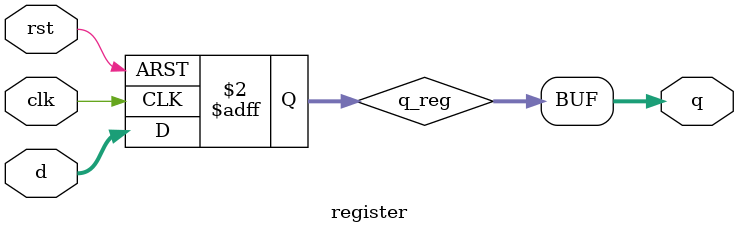
<source format=v>
`timescale 1ns / 1ps


module register (
    input         clk,
    input         rst,
    input  [31:0] d,
    output [31:0] q
);

    reg [31:0] q_reg;

    assign q = q_reg;


    always @(posedge clk or posedge rst) begin
        if (rst) begin
            q_reg <= 32'b0;
        end else begin
            q_reg <= d;
        end
    end


endmodule

</source>
